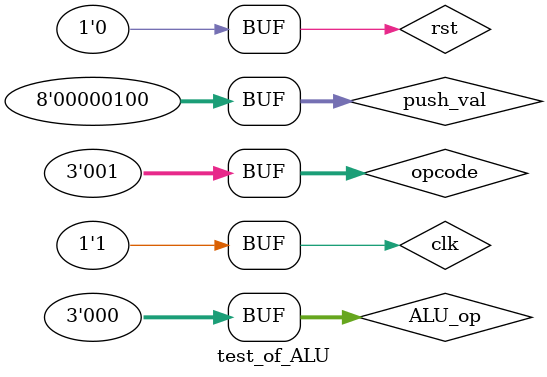
<source format=v>
module test_of_ALU#(
    parameter PUSH_CODE = 0,
    parameter POP_CODE  = 1,
    parameter ADD_CODE  = 2,
    parameter MULL_CODE = 3,
    parameter SUB_CODE  = 4,
    parameter DIV_CODE  = 5,
    parameter REM_CODE  = 6,

    parameter Q_PUSH    = 0,
    parameter Q_SLEEP   = 1,
    parameter Q_POP     = 3,
    parameter Q_GET_AND_PUSH    = 2
)();

    reg [7:0] push_val = 0;
    wire [7:0] count_val;
    wire [15:0] get_val;
    wire [2:0] pos;
    wire [1:0] queue_op;  
    reg [2:0] ALU_op = 0;
    reg clk = 0;
    reg rst = 0;
    reg [2:0] opcode = 0;
    wire ALU_sync;
    wire [7:0] queue_in;

    queue_with_controller test_q(
        .rst(rst),
        .clk(clk),
        .back(queue_in),
        .opcode(queue_op),
        .top_conc(get_val),
        .pos_back(pos)
    );


    ALU test_ALU(
        ///.clk(clk),
        .rst(rst),
        .sync(ALU_sync),
        .clk(clk),
        .operands(get_val),
        .opcode(opcode),
        .result(count_val),
        .queue_op(queue_op),
        .push_val(push_val)
    );

    assign queue_in = count_val | push_val;

    integer i;

    initial begin
        $dumpfile("dump_ALU.vcd");
        $dumpvars(0, test_of_ALU);
        #1
        rst = 0;
        #1
        rst = 1;
        #1
        rst = 0;
        #1
          // исправлено имя модуля
        push_val = 8'b1;
        
        clk = 0;
        rst = 0;
        push_val = 1;
        opcode = PUSH_CODE;

        #1
        clk = 1;

        #1
        clk = 0;
        rst = 0;
        push_val = 2;
        opcode = PUSH_CODE;

        #1
        clk = 1;

        #1
        clk = 0;
        rst = 0;
        push_val = 3;
        opcode = PUSH_CODE;

        #1
        clk = 1;

        #1
        clk = 0;
        rst = 0;
        push_val = 4;
        opcode = PUSH_CODE;

        #1
        clk = 1;

        #1
        clk = 0;
        rst = 0;
        opcode = ADD_CODE;

        #1
        clk = 1;

        #1
        clk = 0;
        rst = 0;
        opcode = MULL_CODE;

        #1
        clk = 1;

        #1
        clk = 0;
        rst = 0;
        opcode = POP_CODE;

        #1
        clk = 1;

        #1
        clk = 0;
        rst = 0;
        opcode = POP_CODE;

        #1
        clk = 1;

        #1
        clk = 0;
        #1
        clk = 1;


    end


endmodule
</source>
